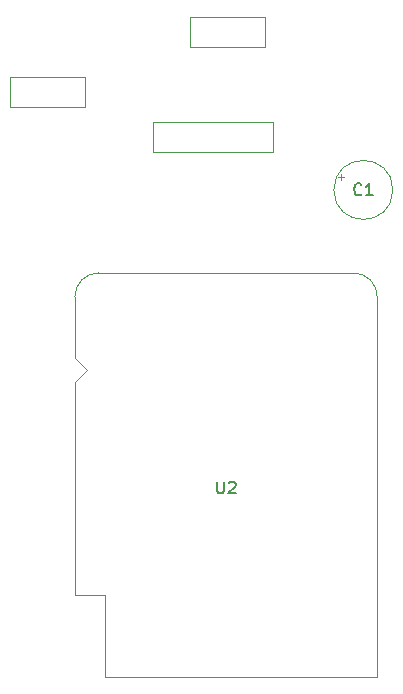
<source format=gbr>
%TF.GenerationSoftware,KiCad,Pcbnew,(6.0.2)*%
%TF.CreationDate,2022-03-14T12:25:25+05:30*%
%TF.ProjectId,led_web,6c65645f-7765-4622-9e6b-696361645f70,v1*%
%TF.SameCoordinates,Original*%
%TF.FileFunction,AssemblyDrawing,Top*%
%FSLAX46Y46*%
G04 Gerber Fmt 4.6, Leading zero omitted, Abs format (unit mm)*
G04 Created by KiCad (PCBNEW (6.0.2)) date 2022-03-14 12:25:25*
%MOMM*%
%LPD*%
G01*
G04 APERTURE LIST*
%ADD10C,0.150000*%
%ADD11C,0.120000*%
%ADD12C,0.100000*%
G04 APERTURE END LIST*
D10*
%TO.C,C1*%
X139578221Y-69572142D02*
X139530602Y-69619761D01*
X139387745Y-69667380D01*
X139292507Y-69667380D01*
X139149649Y-69619761D01*
X139054411Y-69524523D01*
X139006792Y-69429285D01*
X138959173Y-69238809D01*
X138959173Y-69095952D01*
X139006792Y-68905476D01*
X139054411Y-68810238D01*
X139149649Y-68715000D01*
X139292507Y-68667380D01*
X139387745Y-68667380D01*
X139530602Y-68715000D01*
X139578221Y-68762619D01*
X140530602Y-69667380D02*
X139959173Y-69667380D01*
X140244888Y-69667380D02*
X140244888Y-68667380D01*
X140149649Y-68810238D01*
X140054411Y-68905476D01*
X139959173Y-68953095D01*
%TO.C,U2*%
X127358095Y-93907380D02*
X127358095Y-94716904D01*
X127405714Y-94812142D01*
X127453333Y-94859761D01*
X127548571Y-94907380D01*
X127739047Y-94907380D01*
X127834285Y-94859761D01*
X127881904Y-94812142D01*
X127929523Y-94716904D01*
X127929523Y-93907380D01*
X128358095Y-94002619D02*
X128405714Y-93955000D01*
X128500952Y-93907380D01*
X128739047Y-93907380D01*
X128834285Y-93955000D01*
X128881904Y-94002619D01*
X128929523Y-94097857D01*
X128929523Y-94193095D01*
X128881904Y-94335952D01*
X128310476Y-94907380D01*
X128929523Y-94907380D01*
D11*
%TO.C,U3*%
X121920000Y-66040000D02*
X132080000Y-66040000D01*
X121920000Y-63500000D02*
X121920000Y-66040000D01*
X132080000Y-66040000D02*
X132080000Y-63500000D01*
X132080000Y-63500000D02*
X121920000Y-63500000D01*
D12*
%TO.C,C1*%
X137611283Y-68127500D02*
X138111283Y-68127500D01*
X137861283Y-67877500D02*
X137861283Y-68377500D01*
X142244888Y-69215000D02*
G75*
G03*
X142244888Y-69215000I-2500000J0D01*
G01*
D11*
%TO.C,U1*%
X109855000Y-59690000D02*
X109855000Y-62230000D01*
X109855000Y-62230000D02*
X116205000Y-62230000D01*
X116205000Y-59690000D02*
X109855000Y-59690000D01*
X116205000Y-62230000D02*
X116205000Y-59690000D01*
%TO.C,L1*%
X125095000Y-54610000D02*
X131445000Y-54610000D01*
X131445000Y-54610000D02*
X131445000Y-57150000D01*
X131445000Y-57150000D02*
X125095000Y-57150000D01*
X125095000Y-57150000D02*
X125095000Y-54610000D01*
D12*
%TO.C,U2*%
X138920000Y-76245000D02*
X117320000Y-76245000D01*
X117860000Y-110445000D02*
X140920000Y-110445000D01*
X140920000Y-110445000D02*
X140920000Y-78245000D01*
X115320000Y-103545000D02*
X117860000Y-103545000D01*
X115320000Y-85455000D02*
X115320000Y-103545000D01*
X117860000Y-103545000D02*
X117860000Y-110445000D01*
X115320000Y-78245000D02*
X115320000Y-83455000D01*
X115320000Y-85455000D02*
X116320000Y-84455000D01*
X116320000Y-84455000D02*
X115320000Y-83455000D01*
X140920000Y-78265000D02*
G75*
G03*
X138940000Y-76245000I-2000000J20000D01*
G01*
X117320000Y-76245000D02*
G75*
G03*
X115320000Y-78245000I-1J-1999999D01*
G01*
%TD*%
M02*

</source>
